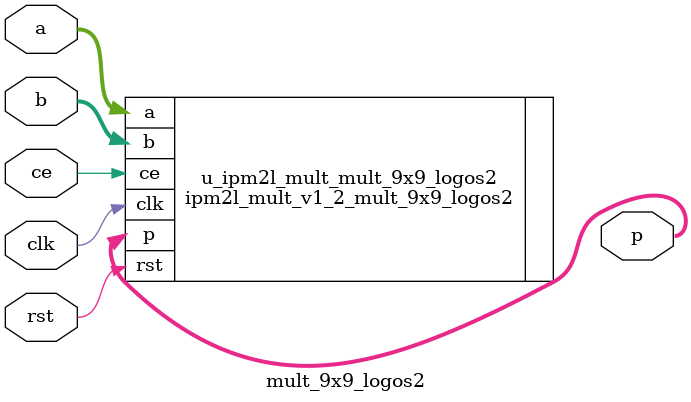
<source format=v>


`timescale 1ns/1ps
module mult_9x9_logos2
( 
     ce  ,
     rst ,
     clk ,
     a   ,
     b   ,
     p
);



localparam ASIZE               = 9 ; //@IPC int 2,82

localparam BSIZE               = 9 ; //@IPC int 2,82

localparam A_SIGNED            = 0 ; //@IPC enum 0,1

localparam B_SIGNED            = 0 ; //@IPC enum 0,1

localparam ASYNC_RST           = 1 ; //@IPC enum 0,1

localparam OPTIMAL_TIMING      = 0 ; //@IPC enum 0,1

localparam INREG_EN            = 0 ; //@IPC enum 0,1

localparam PIPEREG_EN_1        = 1 ; //@IPC enum 0,1

localparam PIPEREG_EN_2        = 0 ; //@IPC enum 0,1

localparam PIPEREG_EN_3        = 0 ; //@IPC enum 0,1

localparam OUTREG_EN           = 0 ; //@IPC enum 0,1

//tmp variable for ipc purpose 

localparam PIPE_STATUS         = 1 ; //@IPC enum 0,1,2,3,4,5

localparam ASYNC_RST_BOOL      = 1 ; //@IPC bool

localparam OPTIMAL_TIMING_BOOL = 0 ; //@IPC bool

localparam ADVANCED_BOOL       = 0 ; //@IPC bool

//end of tmp variable
localparam  GRS_EN       = "FALSE"         ;  

localparam  PSIZE = ASIZE + BSIZE          ;  

input                 ce  ;
input                 rst ;
input                 clk ;
input  [ASIZE-1:0]    a   ;
input  [BSIZE-1:0]    b   ;
output [PSIZE-1:0]    p   ;

ipm2l_mult_v1_2_mult_9x9_logos2
#(  
    .ASIZE           ( ASIZE            ),
    .BSIZE           ( BSIZE            ),
    .OPTIMAL_TIMING  ( OPTIMAL_TIMING   ), 

    .INREG_EN        ( INREG_EN         ),    
    .PIPEREG_EN_1    ( PIPEREG_EN_1     ),     
    .PIPEREG_EN_2    ( PIPEREG_EN_2     ),
    .PIPEREG_EN_3    ( PIPEREG_EN_3     ),
    .OUTREG_EN       ( OUTREG_EN        ),
    .PIPE_STATUS     ( PIPE_STATUS      ),

    .ADVANCED_BOOL   ( ADVANCED_BOOL    ),

    .GRS_EN          ( GRS_EN           ),  
    .A_SIGNED        ( A_SIGNED         ),     
    .B_SIGNED        ( B_SIGNED         ),     
    .ASYNC_RST       ( ASYNC_RST        )      
)u_ipm2l_mult_mult_9x9_logos2
(
    .ce              ( ce     ),
    .rst             ( rst    ),
    .clk             ( clk    ),
    .a               ( a      ),
    .b               ( b      ),
    .p               ( p      )
);

endmodule

</source>
